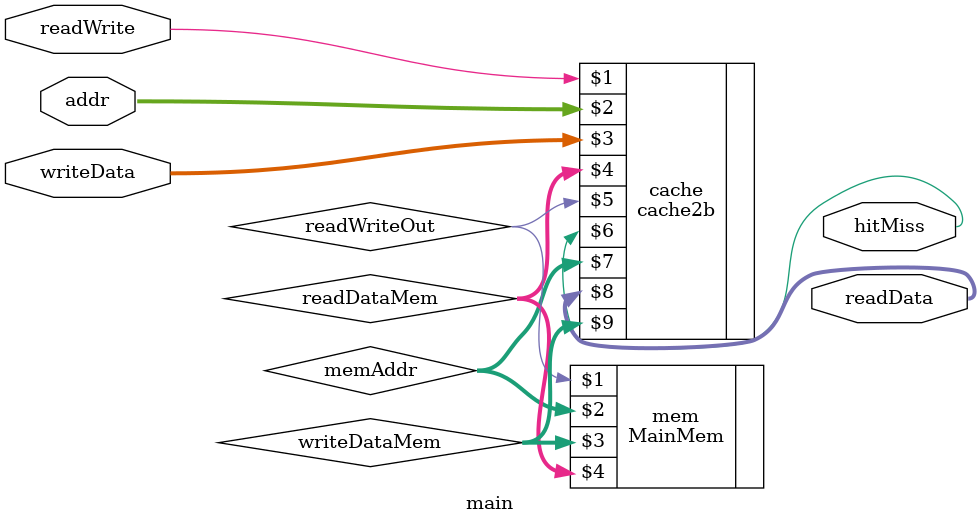
<source format=v>
`timescale 1ns / 1ps

module main(
    input readWrite, // 1 for read, 0 for write
    input [9:0] addr, // byte address, [9:5] tag, [4] cache index, [3:2] word offset, [1:0] byte offset
    input [31:0] writeData, //word data from cpu to be writen
    output hitMiss, // 1 for hit, 0 for miss, state flag
    output [31:0] readData // data to cpu
);

    wire [127:0] readDataMem, writeDataMem;
    wire [9:0] memAddr;
    wire readWriteOut;
    MainMem mem(readWriteOut, memAddr, writeDataMem, readDataMem);
    cache2b cache (readWrite, addr, writeData, readDataMem, readWriteOut, hitMiss, memAddr, readData, writeDataMem);

endmodule
</source>
